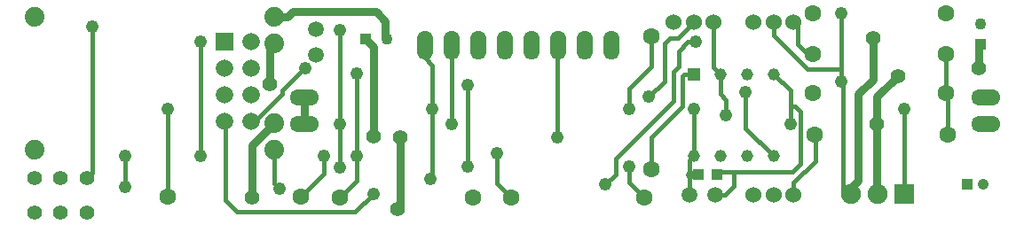
<source format=gbr>
G04 EasyPC Gerber Version 21.0.3 Build 4286 *
%FSLAX35Y35*%
%MOIN*%
%ADD88O,0.06000X0.11000*%
%ADD90O,0.11000X0.06000*%
%ADD99R,0.04291X0.03937*%
%ADD95R,0.04134X0.04134*%
%ADD92R,0.04331X0.04331*%
%ADD22R,0.04563X0.04563*%
%ADD86R,0.06555X0.06555*%
%ADD97R,0.07500X0.07500*%
%ADD29C,0.01500*%
%ADD101C,0.03150*%
%ADD96C,0.04134*%
%ADD93C,0.04331*%
%ADD23C,0.04563*%
%ADD73C,0.04800*%
%ADD91C,0.05512*%
%ADD100C,0.05600*%
%ADD94C,0.05906*%
%ADD26C,0.06000*%
%ADD28C,0.06299*%
%ADD87C,0.06555*%
%ADD89C,0.07400*%
%ADD98C,0.07500*%
X0Y0D02*
D02*
D22*
X261909Y65644D03*
D02*
D23*
Y34896D03*
X271909D03*
Y65644D03*
X281909Y34896D03*
Y65644D03*
X291909Y34896D03*
Y65644D03*
D02*
D26*
X254272Y85211D03*
X261772D03*
X269272D03*
X284291D03*
X284390Y20250D03*
X291791Y85211D03*
X291890Y20250D03*
X299291Y85211D03*
X299390Y20250D03*
D02*
D28*
X64311Y19758D03*
X114311D03*
X128780Y19266D03*
X178780D03*
X193248D03*
X243248D03*
X245906Y30093D03*
Y80093D03*
X306634Y58636D03*
Y73400D03*
Y88656D03*
X307126Y42888D03*
X356634Y58636D03*
Y73400D03*
Y88656D03*
X357126Y42888D03*
D02*
D29*
X35768Y83734D02*
Y28715D01*
X33799Y26746*
X48071Y23203D02*
Y35014D01*
X64311Y19758D02*
Y52730D01*
X76614Y35014D02*
Y77829D01*
X95472Y47829D02*
Y46825D01*
X95807*
X107126Y58144*
Y59600*
X114528Y67002*
X115000*
X115984Y67986*
X104094Y37317D02*
Y24758D01*
X106142Y22711*
X122874Y35014D02*
Y28321D01*
X114311Y19758*
X128780Y46943D02*
Y82258D01*
Y46943D02*
Y30585D01*
X135177Y35014D02*
Y25663D01*
X128780Y19266*
X135177Y66018D02*
Y35014D01*
X141575Y20742D02*
X134685Y13852D01*
X90394*
X85965Y18281*
Y47337*
X85472Y47829*
X160768Y76746D02*
Y71923D01*
X163720Y68970*
Y52730*
Y27140*
X162736Y26156*
X170768Y76746D02*
Y46943D01*
X177008Y31077D02*
Y61589D01*
X187835Y35998D02*
Y24679D01*
X193248Y19266*
X210472Y41904D02*
Y76451D01*
X210768Y76746*
X237539Y31077D02*
Y24974D01*
X243248Y19266*
X237539Y52730D02*
Y60309D01*
X245906Y68675*
Y80093*
X260177Y20250D02*
Y28124D01*
Y33163*
X261909Y34896*
X261772Y85211D02*
X255866Y79305D01*
X252795*
X250827Y77337*
Y63065*
X244921Y57159*
X261909Y34896D02*
Y52730D01*
Y65644D02*
X258327D01*
X257717Y65033*
Y53715*
X245906Y41904*
Y30093*
X262638Y77829D02*
X259685D01*
X256240Y74384*
Y68478*
X254272Y66510*
Y55683*
X232618Y34030*
Y28124*
X228681Y24187*
X269272Y85211D02*
Y68281D01*
X271909Y65644*
X270020Y20250D02*
X273465D01*
X276909Y23695*
Y29108*
X271909Y65644D02*
Y58144D01*
X273957Y56096*
Y55683*
Y50270*
X276909Y29108D02*
X271551D01*
X270567Y28124*
X281339Y59128D02*
Y45467D01*
X291909Y34896*
X291791Y85211D02*
Y80171D01*
X304469Y67494*
X317264*
X291909Y65644D02*
X298071Y59482D01*
Y53715*
Y46943*
Y53715D02*
X300039D01*
X302008Y51746*
Y32061*
X299055Y29108*
X278878*
X276909*
X299390Y20250D02*
Y25014D01*
X307421Y33045*
Y42593*
X307126Y42888*
X306634Y73400D02*
X304469D01*
X301024Y76844*
Y83478*
X299291Y85211*
X317264Y67494D02*
Y63065D01*
Y88656D02*
Y67494D01*
X320886Y20742D02*
X317756D01*
Y63065*
X317264*
X330551Y21077D02*
X330886Y20742D01*
X340886D02*
Y52730D01*
X356634Y58636D02*
Y73400D01*
X357126Y42888D02*
Y58144D01*
X356634Y58636*
D02*
D73*
X35768Y83734D03*
X48071Y23203D03*
Y35014D03*
X64311Y52730D03*
X76614Y35014D03*
Y77829D03*
X106142Y22711D03*
X115984Y67986D03*
X122874Y35014D03*
X128780Y30585D03*
Y46943D03*
Y82258D03*
X135177Y35014D03*
Y66018D03*
X141575Y20742D03*
X162736Y26156D03*
X163720Y52730D03*
X170768Y46943D03*
X177008Y31077D03*
Y61589D03*
X187835Y35998D03*
X210472Y41904D03*
X228681Y24187D03*
X237539Y31077D03*
Y52730D03*
X244921Y57159D03*
X261909Y52730D03*
X262638Y77829D03*
X273957Y50270D03*
X281339Y59128D03*
X298071Y46943D03*
X317264Y63065D03*
Y88656D03*
X340886Y52730D03*
D02*
D86*
X85472Y77829D03*
D02*
D87*
Y47829D03*
Y57829D03*
Y67829D03*
X95472Y47829D03*
Y57829D03*
Y67829D03*
Y77829D03*
D02*
D88*
X160768Y76746D03*
X170768D03*
X180768D03*
X190768D03*
X200768D03*
X210768D03*
X220768D03*
X230768D03*
D02*
D89*
X14094Y37317D03*
Y87317D03*
X104094Y37317D03*
Y47317D03*
Y77317D03*
Y87317D03*
D02*
D90*
X115492Y46943D03*
Y56943D03*
X371398Y46943D03*
Y56943D03*
D02*
D91*
X14114Y13754D03*
Y26746D03*
X23957Y13754D03*
Y26746D03*
X33799Y13754D03*
Y26746D03*
D02*
D92*
X138622Y78813D03*
X369429Y76844D03*
D02*
D93*
X146496Y78813D03*
X369429Y84719D03*
D02*
D94*
X119921Y72907D03*
Y82750D03*
X260177Y20250D03*
X270020D03*
D02*
D95*
X364508Y24187D03*
D02*
D96*
X370413D03*
D02*
D97*
X340886Y20742D03*
D02*
D98*
X320886D03*
X330886D03*
D02*
D99*
X263567Y28124D03*
X270567D03*
D02*
D100*
X95807Y19266D03*
X102697Y62081D03*
X141575Y42396D03*
X150433Y14837D03*
X151417Y41904D03*
X329075Y79305D03*
X330551Y46943D03*
X338425Y65033D03*
X368937Y67986D03*
D02*
D101*
X95807Y19266D02*
Y39030D01*
X104094Y47317*
X102697Y62081D02*
Y75919D01*
X104094Y77317*
Y87317D02*
X109232D01*
X111063Y89148*
X142559*
X146004Y85703*
Y79305*
X146496Y78813*
X115492Y46943D02*
Y56943D01*
X141575Y42396D02*
Y75860D01*
X138622Y78813*
X151417Y41904D02*
Y15821D01*
X150433Y14837*
X263567Y28124D02*
X260177D01*
X320886Y20742D02*
Y22888D01*
X323661Y25663*
Y58144*
X329075Y63557*
Y79305*
X330551Y46943D02*
Y57159D01*
X338425Y65033*
X330551Y46943D02*
Y21077D01*
X368937Y67986D02*
Y76352D01*
X369429Y76844*
X0Y0D02*
M02*

</source>
